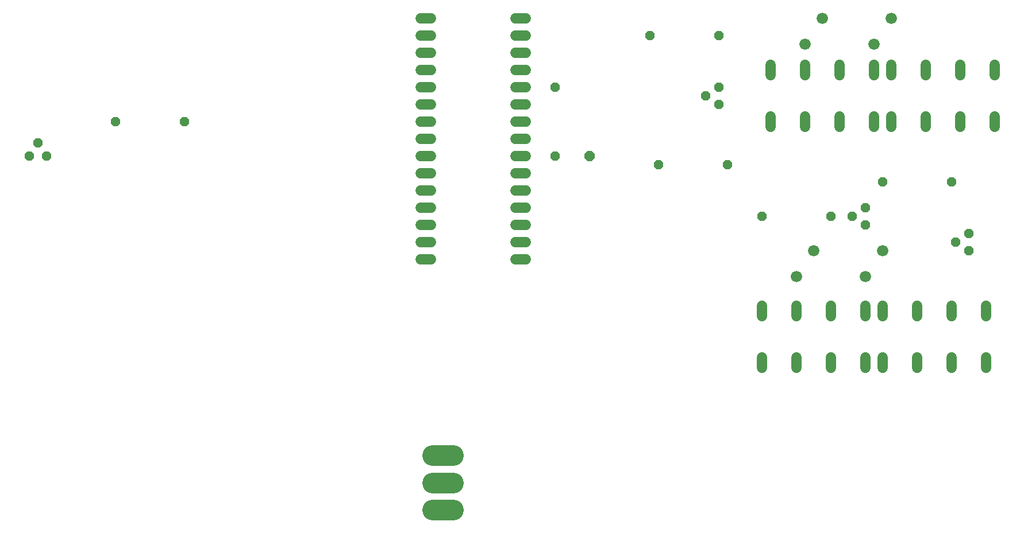
<source format=gbr>
G04 EAGLE Gerber X2 export*
%TF.Part,Single*%
%TF.FileFunction,Copper,L1,Top,Mixed*%
%TF.FilePolarity,Positive*%
%TF.GenerationSoftware,Autodesk,EAGLE,9.0.1*%
%TF.CreationDate,2018-06-20T09:19:30Z*%
G75*
%MOMM*%
%FSLAX34Y34*%
%LPD*%
%AMOC8*
5,1,8,0,0,1.08239X$1,22.5*%
G01*
%ADD10C,1.676400*%
%ADD11C,1.524000*%
%ADD12P,1.649562X8X22.500000*%
%ADD13P,1.429621X8X22.500000*%
%ADD14P,1.429621X8X292.500000*%
%ADD15C,3.009900*%
%ADD16P,1.429621X8X112.500000*%


D10*
X736600Y355600D03*
X635000Y355600D03*
X762000Y393700D03*
X660400Y393700D03*
X749300Y698500D03*
X647700Y698500D03*
X774700Y736600D03*
X673100Y736600D03*
D11*
X236220Y381000D02*
X220980Y381000D01*
X220980Y406400D02*
X236220Y406400D01*
X236220Y431800D02*
X220980Y431800D01*
X220980Y457200D02*
X236220Y457200D01*
X236220Y482600D02*
X220980Y482600D01*
X220980Y508000D02*
X236220Y508000D01*
X236220Y533400D02*
X220980Y533400D01*
X220980Y558800D02*
X236220Y558800D01*
X236220Y584200D02*
X220980Y584200D01*
X220980Y609600D02*
X236220Y609600D01*
X236220Y635000D02*
X220980Y635000D01*
X220980Y660400D02*
X236220Y660400D01*
X236220Y685800D02*
X220980Y685800D01*
X220980Y711200D02*
X236220Y711200D01*
X236220Y736600D02*
X220980Y736600D01*
X96520Y736600D02*
X81280Y736600D01*
X81280Y711200D02*
X96520Y711200D01*
X96520Y685800D02*
X81280Y685800D01*
X81280Y660400D02*
X96520Y660400D01*
X96520Y635000D02*
X81280Y635000D01*
X81280Y609600D02*
X96520Y609600D01*
X96520Y584200D02*
X81280Y584200D01*
X81280Y558800D02*
X96520Y558800D01*
X96520Y533400D02*
X81280Y533400D01*
X81280Y508000D02*
X96520Y508000D01*
X96520Y482600D02*
X81280Y482600D01*
X81280Y457200D02*
X96520Y457200D01*
X96520Y431800D02*
X81280Y431800D01*
X81280Y406400D02*
X96520Y406400D01*
X96520Y381000D02*
X81280Y381000D01*
D12*
X330200Y533400D03*
D11*
X584200Y236220D02*
X584200Y220980D01*
X635000Y220980D02*
X635000Y236220D01*
X685800Y236220D02*
X685800Y220980D01*
X736600Y220980D02*
X736600Y236220D01*
X812800Y236220D02*
X812800Y220980D01*
X863600Y220980D02*
X863600Y236220D01*
X914400Y236220D02*
X914400Y220980D01*
X914400Y297180D02*
X914400Y312420D01*
X863600Y312420D02*
X863600Y297180D01*
X812800Y297180D02*
X812800Y312420D01*
X736600Y312420D02*
X736600Y297180D01*
X685800Y297180D02*
X685800Y312420D01*
X635000Y312420D02*
X635000Y297180D01*
X584200Y297180D02*
X584200Y312420D01*
X762000Y236220D02*
X762000Y220980D01*
X762000Y297180D02*
X762000Y312420D01*
X596900Y576580D02*
X596900Y591820D01*
X647700Y591820D02*
X647700Y576580D01*
X698500Y576580D02*
X698500Y591820D01*
X749300Y591820D02*
X749300Y576580D01*
X825500Y576580D02*
X825500Y591820D01*
X876300Y591820D02*
X876300Y576580D01*
X927100Y576580D02*
X927100Y591820D01*
X927100Y652780D02*
X927100Y668020D01*
X876300Y668020D02*
X876300Y652780D01*
X825500Y652780D02*
X825500Y668020D01*
X749300Y668020D02*
X749300Y652780D01*
X698500Y652780D02*
X698500Y668020D01*
X647700Y668020D02*
X647700Y652780D01*
X596900Y652780D02*
X596900Y668020D01*
X774700Y591820D02*
X774700Y576580D01*
X774700Y652780D02*
X774700Y668020D01*
D13*
X431800Y520700D03*
X533400Y520700D03*
X-368300Y584200D03*
X-266700Y584200D03*
X584200Y444500D03*
X685800Y444500D03*
X762000Y495300D03*
X863600Y495300D03*
X419100Y711200D03*
X520700Y711200D03*
D14*
X279400Y635000D03*
X279400Y533400D03*
D15*
X129350Y10668D02*
X99251Y10668D01*
X99251Y50800D02*
X129350Y50800D01*
X129350Y90932D02*
X99251Y90932D01*
D16*
X520700Y635000D03*
X501650Y622300D03*
X520700Y609600D03*
X889000Y419100D03*
X869950Y406400D03*
X889000Y393700D03*
D13*
X-469900Y533400D03*
X-482600Y552450D03*
X-495300Y533400D03*
D16*
X736600Y457200D03*
X717550Y444500D03*
X736600Y431800D03*
M02*

</source>
